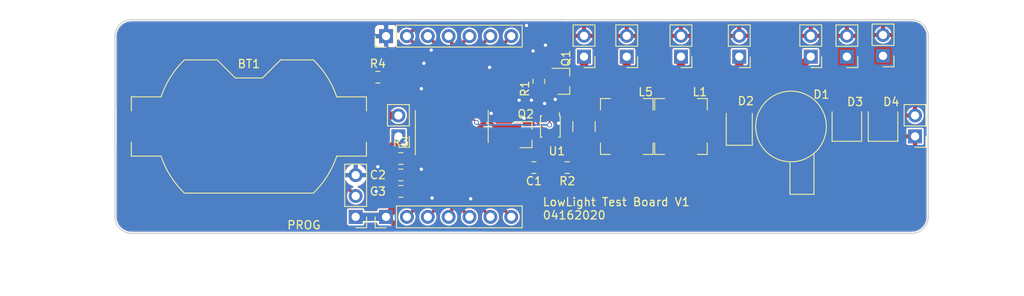
<source format=kicad_pcb>
(kicad_pcb (version 20171130) (host pcbnew "(5.1.2)-2")
  (layers (0 F.Cu signal) (31 B.Cu signal) (34 B.Paste user) (35 F.Paste user) (36 B.SilkS user) (37 F.SilkS user) (38 B.Mask user) (39 F.Mask user) (44 Edge.Cuts user))
  (net 0 "")
  (net 1 VCC)
  (net 2 GND)
  (net 3 "Net-(D1-Pad2)")
  (net 4 "Net-(D2-Pad2)")
  (net 5 "Net-(D3-Pad2)")
  (net 6 "Net-(D4-Pad2)")
  (net 7 "Net-(J1-Pad2)")
  (net 8 SIG)
  (net 9 "Net-(JP10-Pad1)")
  (net 10 "Net-(JP11-Pad1)")
  (net 11 "Net-(JP12-Pad1)")
  (net 12 "Net-(BT1-Pad1)")
  (net 13 "Net-(C1-Pad1)")
  (net 14 "Net-(C1-Pad2)")
  (net 15 RXD)
  (net 16 TXD)
  (net 17 3)
  (net 18 2)
  (net 19 1)
  (net 20 0)
  (net 21 9)
  (net 22 8)
  (net 23 UDPI)
  (net 24 PULSE)
  (net 25 PULSE_EN)
  (net 26 "Net-(JP5-Pad1)")
  (net 27 +3V0)
  (net 28 "Net-(J4-Pad2)")
  (module LED_SMD:LED_1W_3W_R8 (layer F.Cu) (at 136.3 87 90)
    (fp_text reference D1 (at 3.9 3.7 180) (layer F.SilkS))
    (fp_text value LED hide)
    (fp_line (start -8.255 2.794) (end -3.429 2.794) (layer F.SilkS) (width 0.12))
    (fp_line (start -8.255 -0.127) (end -8.255 2.794) (layer F.SilkS) (width 0.12))
    (fp_line (start -4.445 -0.127) (end -8.255 -0.127) (layer F.SilkS) (width 0.12))
    (fp_circle (center 0 0) (end -4.3 0) (layer F.SilkS) (width 0.12))
    (pad 2 smd rect (at 6.35 -1.35 90) (size 3.5 2.7) (layers F.Cu F.Paste F.Mask) (net 3 "Net-(D1-Pad2)"))
    (pad 1 smd rect (at -6.35 1.35 90) (size 3.5 2.7) (layers F.Cu F.Paste F.Mask) (net 27 +3V0))
    (pad 3 smd circle (at 0 0 90) (size 5.7 5.7) (layers F.Cu F.Paste F.Mask))
  )
  (module LED_SMD:LED_1210_3225Metric (layer F.Cu) (at 130 87 90)
    (fp_text reference D2 (at 3.1 0.8 180) (layer F.SilkS))
    (fp_text value LED hide)
    (fp_line (start 1.6 -1.585) (end -2.285 -1.585) (layer F.SilkS) (width 0.12))
    (fp_line (start -2.285 -1.585) (end -2.285 1.585) (layer F.SilkS) (width 0.12))
    (fp_line (start -2.285 1.585) (end 1.6 1.585) (layer F.SilkS) (width 0.12))
    (pad 1 smd roundrect (at -1.4 0 90) (size 1.25 2.65) (layers F.Cu F.Paste F.Mask) (roundrect_rratio 0.2) (net 27 +3V0))
    (pad 2 smd roundrect (at 1.4 0 90) (size 1.25 2.65) (layers F.Cu F.Paste F.Mask) (roundrect_rratio 0.2) (net 4 "Net-(D2-Pad2)"))
  )
  (module LED_SMD:LED_Cree-XP-G (layer F.Cu) (at 143.1 87 90)
    (fp_text reference D3 (at 3 1 180) (layer F.SilkS))
    (fp_text value LED hide)
    (fp_line (start -1.8 -1.8) (end 1.8 -1.8) (layer F.SilkS) (width 0.12))
    (fp_line (start 1.8 1.8) (end -1.8 1.8) (layer F.SilkS) (width 0.12))
    (fp_line (start -1.8 1.8) (end -1.8 -1.8) (layer F.SilkS) (width 0.12))
    (pad 2 smd rect (at 1.4 0 90) (size 0.5 3.3) (layers F.Cu F.Paste F.Mask) (net 5 "Net-(D3-Pad2)"))
    (pad 1 smd rect (at -1.4 0 90) (size 0.5 3.3) (layers F.Cu F.Paste F.Mask) (net 27 +3V0))
    (pad 3 smd rect (at 0 0 90) (size 1.3 3.3) (layers F.Cu F.Mask))
  )
  (module LED_SMD:LED_Cree-XP-G (layer F.Cu) (at 147.5 87 90)
    (fp_text reference D4 (at 3 1 180) (layer F.SilkS))
    (fp_text value LED hide)
    (fp_line (start -1.8 1.8) (end -1.8 -1.8) (layer F.SilkS) (width 0.12))
    (fp_line (start 1.8 1.8) (end -1.8 1.8) (layer F.SilkS) (width 0.12))
    (fp_line (start -1.8 -1.8) (end 1.8 -1.8) (layer F.SilkS) (width 0.12))
    (pad 3 smd rect (at 0 0 90) (size 1.3 3.3) (layers F.Cu F.Mask))
    (pad 1 smd rect (at -1.4 0 90) (size 0.5 3.3) (layers F.Cu F.Paste F.Mask) (net 27 +3V0))
    (pad 2 smd rect (at 1.4 0 90) (size 0.5 3.3) (layers F.Cu F.Paste F.Mask) (net 6 "Net-(D4-Pad2)"))
  )
  (module Connector_PinHeader_2.54mm:PinHeader_1x02_P2.54mm_Vertical (layer F.Cu) (at 138.7 78.5 180)
    (fp_text reference JP1 hide)
    (fp_text value JP hide)
    (fp_line (start -1.33 -1.33) (end 0 -1.33) (layer F.SilkS) (width 0.12))
    (fp_line (start -1.33 0) (end -1.33 -1.33) (layer F.SilkS) (width 0.12))
    (fp_line (start -1.33 1.27) (end 1.33 1.27) (layer F.SilkS) (width 0.12))
    (fp_line (start 1.33 1.27) (end 1.33 3.87) (layer F.SilkS) (width 0.12))
    (fp_line (start -1.33 1.27) (end -1.33 3.87) (layer F.SilkS) (width 0.12))
    (fp_line (start -1.33 3.87) (end 1.33 3.87) (layer F.SilkS) (width 0.12))
    (pad 2 thru_hole oval (at 0 2.54 180) (size 1.7 1.7) (drill 1) (layers *.Cu *.Mask) (net 7 "Net-(J1-Pad2)"))
    (pad 1 thru_hole rect (at 0 0 180) (size 1.7 1.7) (drill 1) (layers *.Cu *.Mask) (net 3 "Net-(D1-Pad2)"))
  )
  (module Connector_PinHeader_2.54mm:PinHeader_1x02_P2.54mm_Vertical (layer F.Cu) (at 130 78.5 180)
    (fp_text reference JP2 hide)
    (fp_text value JP hide)
    (fp_line (start -1.33 -1.33) (end 0 -1.33) (layer F.SilkS) (width 0.12))
    (fp_line (start -1.33 0) (end -1.33 -1.33) (layer F.SilkS) (width 0.12))
    (fp_line (start -1.33 1.27) (end 1.33 1.27) (layer F.SilkS) (width 0.12))
    (fp_line (start 1.33 1.27) (end 1.33 3.87) (layer F.SilkS) (width 0.12))
    (fp_line (start -1.33 1.27) (end -1.33 3.87) (layer F.SilkS) (width 0.12))
    (fp_line (start -1.33 3.87) (end 1.33 3.87) (layer F.SilkS) (width 0.12))
    (pad 2 thru_hole oval (at 0 2.54 180) (size 1.7 1.7) (drill 1) (layers *.Cu *.Mask) (net 7 "Net-(J1-Pad2)"))
    (pad 1 thru_hole rect (at 0 0 180) (size 1.7 1.7) (drill 1) (layers *.Cu *.Mask) (net 4 "Net-(D2-Pad2)"))
  )
  (module Connector_PinHeader_2.54mm:PinHeader_1x02_P2.54mm_Vertical (layer F.Cu) (at 143.1 78.5 180)
    (fp_text reference JP3 hide)
    (fp_text value JP hide)
    (fp_line (start -1.33 3.87) (end 1.33 3.87) (layer F.SilkS) (width 0.12))
    (fp_line (start -1.33 1.27) (end -1.33 3.87) (layer F.SilkS) (width 0.12))
    (fp_line (start 1.33 1.27) (end 1.33 3.87) (layer F.SilkS) (width 0.12))
    (fp_line (start -1.33 1.27) (end 1.33 1.27) (layer F.SilkS) (width 0.12))
    (fp_line (start -1.33 0) (end -1.33 -1.33) (layer F.SilkS) (width 0.12))
    (fp_line (start -1.33 -1.33) (end 0 -1.33) (layer F.SilkS) (width 0.12))
    (pad 1 thru_hole rect (at 0 0 180) (size 1.7 1.7) (drill 1) (layers *.Cu *.Mask) (net 5 "Net-(D3-Pad2)"))
    (pad 2 thru_hole oval (at 0 2.54 180) (size 1.7 1.7) (drill 1) (layers *.Cu *.Mask) (net 7 "Net-(J1-Pad2)"))
  )
  (module Connector_PinHeader_2.54mm:PinHeader_1x02_P2.54mm_Vertical (layer F.Cu) (at 147.5 78.4 180)
    (fp_text reference JP4 hide)
    (fp_text value JP hide)
    (fp_line (start -1.33 3.87) (end 1.33 3.87) (layer F.SilkS) (width 0.12))
    (fp_line (start -1.33 1.27) (end -1.33 3.87) (layer F.SilkS) (width 0.12))
    (fp_line (start 1.33 1.27) (end 1.33 3.87) (layer F.SilkS) (width 0.12))
    (fp_line (start -1.33 1.27) (end 1.33 1.27) (layer F.SilkS) (width 0.12))
    (fp_line (start -1.33 0) (end -1.33 -1.33) (layer F.SilkS) (width 0.12))
    (fp_line (start -1.33 -1.33) (end 0 -1.33) (layer F.SilkS) (width 0.12))
    (pad 1 thru_hole rect (at 0 0 180) (size 1.7 1.7) (drill 1) (layers *.Cu *.Mask) (net 6 "Net-(D4-Pad2)"))
    (pad 2 thru_hole oval (at 0 2.54 180) (size 1.7 1.7) (drill 1) (layers *.Cu *.Mask) (net 7 "Net-(J1-Pad2)"))
  )
  (module Connector_PinHeader_2.54mm:PinHeader_1x02_P2.54mm_Vertical (layer F.Cu) (at 111.1 78.5 180)
    (fp_text reference JP10 hide)
    (fp_text value JP hide)
    (fp_line (start -1.33 3.87) (end 1.33 3.87) (layer F.SilkS) (width 0.12))
    (fp_line (start -1.33 1.27) (end -1.33 3.87) (layer F.SilkS) (width 0.12))
    (fp_line (start 1.33 1.27) (end 1.33 3.87) (layer F.SilkS) (width 0.12))
    (fp_line (start -1.33 1.27) (end 1.33 1.27) (layer F.SilkS) (width 0.12))
    (fp_line (start -1.33 0) (end -1.33 -1.33) (layer F.SilkS) (width 0.12))
    (fp_line (start -1.33 -1.33) (end 0 -1.33) (layer F.SilkS) (width 0.12))
    (pad 1 thru_hole rect (at 0 0 180) (size 1.7 1.7) (drill 1) (layers *.Cu *.Mask) (net 9 "Net-(JP10-Pad1)"))
    (pad 2 thru_hole oval (at 0 2.54 180) (size 1.7 1.7) (drill 1) (layers *.Cu *.Mask) (net 7 "Net-(J1-Pad2)"))
  )
  (module Connector_PinHeader_2.54mm:PinHeader_1x02_P2.54mm_Vertical (layer F.Cu) (at 116.3 78.5 180)
    (fp_text reference JP11 hide)
    (fp_text value JP hide)
    (fp_line (start -1.33 -1.33) (end 0 -1.33) (layer F.SilkS) (width 0.12))
    (fp_line (start -1.33 0) (end -1.33 -1.33) (layer F.SilkS) (width 0.12))
    (fp_line (start -1.33 1.27) (end 1.33 1.27) (layer F.SilkS) (width 0.12))
    (fp_line (start 1.33 1.27) (end 1.33 3.87) (layer F.SilkS) (width 0.12))
    (fp_line (start -1.33 1.27) (end -1.33 3.87) (layer F.SilkS) (width 0.12))
    (fp_line (start -1.33 3.87) (end 1.33 3.87) (layer F.SilkS) (width 0.12))
    (pad 2 thru_hole oval (at 0 2.54 180) (size 1.7 1.7) (drill 1) (layers *.Cu *.Mask) (net 7 "Net-(J1-Pad2)"))
    (pad 1 thru_hole rect (at 0 0 180) (size 1.7 1.7) (drill 1) (layers *.Cu *.Mask) (net 10 "Net-(JP11-Pad1)"))
  )
  (module Connector_PinHeader_2.54mm:PinHeader_1x02_P2.54mm_Vertical (layer F.Cu) (at 122.9 78.5 180)
    (fp_text reference JP12 hide)
    (fp_text value JP hide)
    (fp_line (start -1.33 3.87) (end 1.33 3.87) (layer F.SilkS) (width 0.12))
    (fp_line (start -1.33 1.27) (end -1.33 3.87) (layer F.SilkS) (width 0.12))
    (fp_line (start 1.33 1.27) (end 1.33 3.87) (layer F.SilkS) (width 0.12))
    (fp_line (start -1.33 1.27) (end 1.33 1.27) (layer F.SilkS) (width 0.12))
    (fp_line (start -1.33 0) (end -1.33 -1.33) (layer F.SilkS) (width 0.12))
    (fp_line (start -1.33 -1.33) (end 0 -1.33) (layer F.SilkS) (width 0.12))
    (pad 1 thru_hole rect (at 0 0 180) (size 1.7 1.7) (drill 1) (layers *.Cu *.Mask) (net 11 "Net-(JP12-Pad1)"))
    (pad 2 thru_hole oval (at 0 2.54 180) (size 1.7 1.7) (drill 1) (layers *.Cu *.Mask) (net 7 "Net-(J1-Pad2)"))
  )
  (module Inductor_SMD:L_Bourns-SRN6028 (layer F.Cu) (at 122.9 87 90)
    (fp_text reference L1 (at 4.2 2.3 180) (layer F.SilkS))
    (fp_text value "1 mH" hide)
    (fp_line (start -3.4 -3.2) (end -3.4 -2) (layer F.SilkS) (width 0.12))
    (fp_line (start -3.4 -3.2) (end -2 -3.2) (layer F.SilkS) (width 0.12))
    (fp_line (start 3.4 -3.2) (end 2 -3.2) (layer F.SilkS) (width 0.12))
    (fp_line (start 3.4 -3.2) (end 3.4 -2) (layer F.SilkS) (width 0.12))
    (fp_line (start 3.4 3.2) (end 3.4 2) (layer F.SilkS) (width 0.12))
    (fp_line (start -3.4 3.2) (end -3.4 2) (layer F.SilkS) (width 0.12))
    (fp_line (start 3.4 3.2) (end 2 3.2) (layer F.SilkS) (width 0.12))
    (fp_line (start -3.4 3.2) (end -2 3.2) (layer F.SilkS) (width 0.12))
    (pad 1 smd rect (at -2.35 0 90) (size 1.6 5.7) (layers F.Cu F.Paste F.Mask) (net 27 +3V0))
    (pad 2 smd rect (at 2.35 0 90) (size 1.6 5.7) (layers F.Cu F.Paste F.Mask) (net 11 "Net-(JP12-Pad1)"))
  )
  (module Inductor_SMD:L_1210_3225Metric (layer F.Cu) (at 111.1 87 90)
    (fp_text reference L4 hide)
    (fp_text value "0.15 mH" hide)
    (fp_line (start -0.602064 -1.36) (end 0.602064 -1.36) (layer F.SilkS) (width 0.12))
    (fp_line (start -0.602064 1.36) (end 0.602064 1.36) (layer F.SilkS) (width 0.12))
    (pad 1 smd roundrect (at -1.4 0 90) (size 1.25 2.65) (layers F.Cu F.Paste F.Mask) (roundrect_rratio 0.2) (net 27 +3V0))
    (pad 2 smd roundrect (at 1.4 0 90) (size 1.25 2.65) (layers F.Cu F.Paste F.Mask) (roundrect_rratio 0.2) (net 9 "Net-(JP10-Pad1)"))
  )
  (module Inductor_SMD:L_Bourns-SRN6028 (layer F.Cu) (at 116.3 87 90)
    (fp_text reference L5 (at 4.2 2.3 180) (layer F.SilkS))
    (fp_text value "1 mH" hide)
    (fp_line (start -3.4 3.2) (end -2 3.2) (layer F.SilkS) (width 0.12))
    (fp_line (start 3.4 3.2) (end 2 3.2) (layer F.SilkS) (width 0.12))
    (fp_line (start -3.4 3.2) (end -3.4 2) (layer F.SilkS) (width 0.12))
    (fp_line (start 3.4 3.2) (end 3.4 2) (layer F.SilkS) (width 0.12))
    (fp_line (start 3.4 -3.2) (end 3.4 -2) (layer F.SilkS) (width 0.12))
    (fp_line (start 3.4 -3.2) (end 2 -3.2) (layer F.SilkS) (width 0.12))
    (fp_line (start -3.4 -3.2) (end -2 -3.2) (layer F.SilkS) (width 0.12))
    (fp_line (start -3.4 -3.2) (end -3.4 -2) (layer F.SilkS) (width 0.12))
    (pad 2 smd rect (at 2.35 0 90) (size 1.6 5.7) (layers F.Cu F.Paste F.Mask) (net 10 "Net-(JP11-Pad1)"))
    (pad 1 smd rect (at -2.35 0 90) (size 1.6 5.7) (layers F.Cu F.Paste F.Mask) (net 27 +3V0))
  )
  (module Package_TO_SOT_SMD:SOT-23 (layer F.Cu) (at 108.6 81.5)
    (fp_text reference Q1 (at 0.3 -2.8 270) (layer F.SilkS))
    (fp_text value IRLML6244 hide)
    (fp_line (start 0.76 1.58) (end 0.76 0.65) (layer F.SilkS) (width 0.12))
    (fp_line (start 0.76 -1.58) (end 0.76 -0.65) (layer F.SilkS) (width 0.12))
    (fp_line (start 0.76 -1.58) (end -1.4 -1.58) (layer F.SilkS) (width 0.12))
    (fp_line (start 0.76 1.58) (end -0.7 1.58) (layer F.SilkS) (width 0.12))
    (pad 1 smd rect (at -1 -0.95) (size 0.9 0.8) (layers F.Cu F.Paste F.Mask) (net 8 SIG))
    (pad 2 smd rect (at -1 0.95) (size 0.9 0.8) (layers F.Cu F.Paste F.Mask) (net 2 GND))
    (pad 3 smd rect (at 1 0) (size 0.9 0.8) (layers F.Cu F.Paste F.Mask) (net 7 "Net-(J1-Pad2)"))
  )
  (module Resistor_SMD:R_0805_2012Metric (layer F.Cu) (at 105.6 81.5 270)
    (fp_text reference R1 (at 0.9 1.7 90) (layer F.SilkS))
    (fp_text value 100K hide)
    (fp_line (start -0.258578 -0.71) (end 0.258578 -0.71) (layer F.SilkS) (width 0.12))
    (fp_line (start -0.258578 0.71) (end 0.258578 0.71) (layer F.SilkS) (width 0.12))
    (pad 1 smd roundrect (at -0.9375 0 270) (size 0.975 1.4) (layers F.Cu F.Paste F.Mask) (net 8 SIG))
    (pad 2 smd roundrect (at 0.9375 0 270) (size 0.975 1.4) (layers F.Cu F.Paste F.Mask) (net 2 GND))
  )
  (module Battery:BatteryHolder_Keystone_1058_1x2032 (layer F.Cu) (at 70.3 87 180)
    (fp_text reference BT1 (at 0 7.62) (layer F.SilkS))
    (fp_text value Battery_Cell hide)
    (fp_arc (start 0 0) (end -10.692 3.61) (angle -27.3) (layer F.SilkS) (width 0.12))
    (fp_arc (start 0 0) (end 10.692 -3.61) (angle -27.3) (layer F.SilkS) (width 0.12))
    (fp_arc (start 0 0) (end 10.692 3.61) (angle 27.3) (layer F.SilkS) (width 0.12))
    (fp_arc (start 0 0) (end -10.692 -3.61) (angle 27.3) (layer F.SilkS) (width 0.12))
    (fp_line (start -14.31 1.9) (end -14.31 3.61) (layer F.SilkS) (width 0.12))
    (fp_line (start -10.692 3.61) (end -14.31 3.61) (layer F.SilkS) (width 0.12))
    (fp_line (start -3.86 8.11) (end -7.8473 8.11) (layer F.SilkS) (width 0.12))
    (fp_line (start -1.66 5.91) (end -3.86 8.11) (layer F.SilkS) (width 0.12))
    (fp_line (start 1.66 5.91) (end -1.66 5.91) (layer F.SilkS) (width 0.12))
    (fp_line (start 1.66 5.91) (end 3.86 8.11) (layer F.SilkS) (width 0.12))
    (fp_line (start 7.8473 8.11) (end 3.86 8.11) (layer F.SilkS) (width 0.12))
    (fp_line (start 14.31 1.9) (end 14.31 3.61) (layer F.SilkS) (width 0.12))
    (fp_line (start 14.31 3.61) (end 10.692 3.61) (layer F.SilkS) (width 0.12))
    (fp_line (start 10.692 -3.61) (end 14.31 -3.61) (layer F.SilkS) (width 0.12))
    (fp_line (start 14.31 -1.9) (end 14.31 -3.61) (layer F.SilkS) (width 0.12))
    (fp_line (start -7.8473 -8.11) (end 7.8473 -8.11) (layer F.SilkS) (width 0.12))
    (fp_line (start -14.31 -1.9) (end -14.31 -3.61) (layer F.SilkS) (width 0.12))
    (fp_line (start -14.31 -3.61) (end -10.692 -3.61) (layer F.SilkS) (width 0.12))
    (pad 1 smd rect (at -14.68 0 180) (size 2.54 3.51) (layers F.Cu F.Paste F.Mask) (net 12 "Net-(BT1-Pad1)"))
    (pad 2 smd rect (at 14.68 0 180) (size 2.54 3.51) (layers F.Cu F.Paste F.Mask) (net 2 GND))
  )
  (module Capacitor_SMD:C_0805_2012Metric (layer F.Cu) (at 105 92 180)
    (fp_text reference C1 (at 0 -1.65) (layer F.SilkS))
    (fp_text value 100p hide)
    (fp_line (start -0.258578 -0.71) (end 0.258578 -0.71) (layer F.SilkS) (width 0.12))
    (fp_line (start -0.258578 0.71) (end 0.258578 0.71) (layer F.SilkS) (width 0.12))
    (pad 1 smd roundrect (at -0.9375 0 180) (size 0.975 1.4) (layers F.Cu F.Paste F.Mask) (net 13 "Net-(C1-Pad1)"))
    (pad 2 smd roundrect (at 0.9375 0 180) (size 0.975 1.4) (layers F.Cu F.Paste F.Mask) (net 14 "Net-(C1-Pad2)"))
  )
  (module Connector_PinHeader_2.54mm:PinHeader_1x07_P2.54mm_Vertical (layer F.Cu) (at 87 98 90)
    (fp_text reference J2 hide)
    (fp_text value BO_LEFT hide)
    (fp_line (start -1.33 -1.33) (end 0 -1.33) (layer F.SilkS) (width 0.12))
    (fp_line (start -1.33 0) (end -1.33 -1.33) (layer F.SilkS) (width 0.12))
    (fp_line (start -1.33 1.27) (end 1.33 1.27) (layer F.SilkS) (width 0.12))
    (fp_line (start 1.33 1.27) (end 1.33 16.57) (layer F.SilkS) (width 0.12))
    (fp_line (start -1.33 1.27) (end -1.33 16.57) (layer F.SilkS) (width 0.12))
    (fp_line (start -1.33 16.57) (end 1.33 16.57) (layer F.SilkS) (width 0.12))
    (pad 7 thru_hole oval (at 0 15.24 90) (size 1.7 1.7) (drill 1) (layers *.Cu *.Mask) (net 15 RXD))
    (pad 6 thru_hole oval (at 0 12.7 90) (size 1.7 1.7) (drill 1) (layers *.Cu *.Mask) (net 16 TXD))
    (pad 5 thru_hole oval (at 0 10.16 90) (size 1.7 1.7) (drill 1) (layers *.Cu *.Mask) (net 17 3))
    (pad 4 thru_hole oval (at 0 7.62 90) (size 1.7 1.7) (drill 1) (layers *.Cu *.Mask) (net 18 2))
    (pad 3 thru_hole oval (at 0 5.08 90) (size 1.7 1.7) (drill 1) (layers *.Cu *.Mask) (net 19 1))
    (pad 2 thru_hole oval (at 0 2.54 90) (size 1.7 1.7) (drill 1) (layers *.Cu *.Mask) (net 20 0))
    (pad 1 thru_hole rect (at 0 0 90) (size 1.7 1.7) (drill 1) (layers *.Cu *.Mask) (net 27 +3V0))
  )
  (module Connector_PinHeader_2.54mm:PinHeader_1x07_P2.54mm_Vertical (layer F.Cu) (at 87 76 90)
    (fp_text reference J3 hide)
    (fp_text value BO_RIGHT hide)
    (fp_line (start -1.33 16.57) (end 1.33 16.57) (layer F.SilkS) (width 0.12))
    (fp_line (start -1.33 1.27) (end -1.33 16.57) (layer F.SilkS) (width 0.12))
    (fp_line (start 1.33 1.27) (end 1.33 16.57) (layer F.SilkS) (width 0.12))
    (fp_line (start -1.33 1.27) (end 1.33 1.27) (layer F.SilkS) (width 0.12))
    (fp_line (start -1.33 0) (end -1.33 -1.33) (layer F.SilkS) (width 0.12))
    (fp_line (start -1.33 -1.33) (end 0 -1.33) (layer F.SilkS) (width 0.12))
    (pad 1 thru_hole rect (at 0 0 90) (size 1.7 1.7) (drill 1) (layers *.Cu *.Mask) (net 2 GND))
    (pad 2 thru_hole oval (at 0 2.54 90) (size 1.7 1.7) (drill 1) (layers *.Cu *.Mask) (net 8 SIG))
    (pad 3 thru_hole oval (at 0 5.08 90) (size 1.7 1.7) (drill 1) (layers *.Cu *.Mask) (net 21 9))
    (pad 4 thru_hole oval (at 0 7.62 90) (size 1.7 1.7) (drill 1) (layers *.Cu *.Mask) (net 22 8))
    (pad 5 thru_hole oval (at 0 10.16 90) (size 1.7 1.7) (drill 1) (layers *.Cu *.Mask) (net 23 UDPI))
    (pad 6 thru_hole oval (at 0 12.7 90) (size 1.7 1.7) (drill 1) (layers *.Cu *.Mask) (net 24 PULSE))
    (pad 7 thru_hole oval (at 0 15.24 90) (size 1.7 1.7) (drill 1) (layers *.Cu *.Mask) (net 25 PULSE_EN))
  )
  (module Connector_PinHeader_2.54mm:PinHeader_1x02_P2.54mm_Vertical (layer F.Cu) (at 88.5 88.2 180)
    (fp_text reference JP5 hide)
    (fp_text value JP hide)
    (fp_line (start -1.33 3.87) (end 1.33 3.87) (layer F.SilkS) (width 0.12))
    (fp_line (start -1.33 1.27) (end -1.33 3.87) (layer F.SilkS) (width 0.12))
    (fp_line (start 1.33 1.27) (end 1.33 3.87) (layer F.SilkS) (width 0.12))
    (fp_line (start -1.33 1.27) (end 1.33 1.27) (layer F.SilkS) (width 0.12))
    (fp_line (start -1.33 0) (end -1.33 -1.33) (layer F.SilkS) (width 0.12))
    (fp_line (start -1.33 -1.33) (end 0 -1.33) (layer F.SilkS) (width 0.12))
    (pad 1 thru_hole rect (at 0 0 180) (size 1.7 1.7) (drill 1) (layers *.Cu *.Mask) (net 26 "Net-(JP5-Pad1)"))
    (pad 2 thru_hole oval (at 0 2.54 180) (size 1.7 1.7) (drill 1) (layers *.Cu *.Mask) (net 12 "Net-(BT1-Pad1)"))
  )
  (module Package_TO_SOT_SMD:SOT-23 (layer F.Cu) (at 104 88)
    (fp_text reference Q2 (at 0 -2.5) (layer F.SilkS))
    (fp_text value DMG2305UX hide)
    (fp_line (start 0.76 1.58) (end 0.76 0.65) (layer F.SilkS) (width 0.12))
    (fp_line (start 0.76 -1.58) (end 0.76 -0.65) (layer F.SilkS) (width 0.12))
    (fp_line (start 0.76 -1.58) (end -1.4 -1.58) (layer F.SilkS) (width 0.12))
    (fp_line (start 0.76 1.58) (end -0.7 1.58) (layer F.SilkS) (width 0.12))
    (pad 1 smd rect (at -1 -0.95) (size 0.9 0.8) (layers F.Cu F.Paste F.Mask) (net 25 PULSE_EN))
    (pad 2 smd rect (at -1 0.95) (size 0.9 0.8) (layers F.Cu F.Paste F.Mask) (net 1 VCC))
    (pad 3 smd rect (at 1 0) (size 0.9 0.8) (layers F.Cu F.Paste F.Mask) (net 27 +3V0))
  )
  (module Resistor_SMD:R_0805_2012Metric (layer F.Cu) (at 109.0625 92 180)
    (fp_text reference R2 (at 0 -1.65) (layer F.SilkS))
    (fp_text value 51K hide)
    (fp_line (start -0.258578 0.71) (end 0.258578 0.71) (layer F.SilkS) (width 0.12))
    (fp_line (start -0.258578 -0.71) (end 0.258578 -0.71) (layer F.SilkS) (width 0.12))
    (pad 2 smd roundrect (at 0.9375 0 180) (size 0.975 1.4) (layers F.Cu F.Paste F.Mask) (net 13 "Net-(C1-Pad1)"))
    (pad 1 smd roundrect (at -0.9375 0 180) (size 0.975 1.4) (layers F.Cu F.Paste F.Mask) (net 1 VCC))
  )
  (module Resistor_SMD:R_0805_2012Metric (layer F.Cu) (at 88.8 90.9 180)
    (fp_text reference R3 (at 0 2) (layer F.SilkS))
    (fp_text value 100R hide)
    (fp_line (start -0.258578 -0.71) (end 0.258578 -0.71) (layer F.SilkS) (width 0.12))
    (fp_line (start -0.258578 0.71) (end 0.258578 0.71) (layer F.SilkS) (width 0.12))
    (pad 1 smd roundrect (at -0.9375 0 180) (size 0.975 1.4) (layers F.Cu F.Paste F.Mask) (net 27 +3V0))
    (pad 2 smd roundrect (at 0.9375 0 180) (size 0.975 1.4) (layers F.Cu F.Paste F.Mask) (net 26 "Net-(JP5-Pad1)"))
  )
  (module Package_SO:VSSOP-8_2.4x2.1mm_P0.5mm (layer F.Cu) (at 107 87 270)
    (fp_text reference U1 (at 3 -0.8 180) (layer F.SilkS))
    (fp_text value 74LVC1G123 hide)
    (fp_line (start -1.3 1.2) (end -1.3 1) (layer F.SilkS) (width 0.12))
    (fp_line (start -1.3 -1.1) (end -1.7 -1.1) (layer F.SilkS) (width 0.12))
    (fp_line (start -1.3 -1.2) (end -1.3 -1.1) (layer F.SilkS) (width 0.12))
    (fp_line (start 1.3 -1.2) (end -1.3 -1.2) (layer F.SilkS) (width 0.12))
    (fp_line (start 1.3 -1) (end 1.3 -1.2) (layer F.SilkS) (width 0.12))
    (fp_line (start 1.3 1.2) (end 1.3 1) (layer F.SilkS) (width 0.12))
    (fp_line (start -1.3 1.2) (end 1.3 1.2) (layer F.SilkS) (width 0.12))
    (pad 1 smd rect (at -1.55 -0.75 270) (size 0.75 0.25) (layers F.Cu F.Paste F.Mask) (net 2 GND))
    (pad 2 smd rect (at -1.55 -0.25 270) (size 0.75 0.25) (layers F.Cu F.Paste F.Mask) (net 24 PULSE))
    (pad 3 smd rect (at -1.55 0.25 270) (size 0.75 0.25) (layers F.Cu F.Paste F.Mask) (net 1 VCC))
    (pad 4 smd rect (at -1.55 0.75 270) (size 0.75 0.25) (layers F.Cu F.Paste F.Mask) (net 2 GND))
    (pad 5 smd rect (at 1.55 0.75 270) (size 0.75 0.25) (layers F.Cu F.Paste F.Mask) (net 8 SIG))
    (pad 6 smd rect (at 1.55 0.25 270) (size 0.75 0.25) (layers F.Cu F.Paste F.Mask) (net 14 "Net-(C1-Pad2)"))
    (pad 7 smd rect (at 1.55 -0.25 270) (size 0.75 0.25) (layers F.Cu F.Paste F.Mask) (net 13 "Net-(C1-Pad1)"))
    (pad 8 smd rect (at 1.55 -0.75 270) (size 0.75 0.25) (layers F.Cu F.Paste F.Mask) (net 1 VCC))
  )
  (module Package_SO:SOIC-14_3.9x8.7mm_P1.27mm (layer F.Cu) (at 95 87 90)
    (fp_text reference U2 hide)
    (fp_text value ATtiny814-SS hide)
    (fp_line (start 0 4.435) (end 1.95 4.435) (layer F.SilkS) (width 0.12))
    (fp_line (start 0 4.435) (end -1.95 4.435) (layer F.SilkS) (width 0.12))
    (fp_line (start 0 -4.435) (end 1.95 -4.435) (layer F.SilkS) (width 0.12))
    (fp_line (start 0 -4.435) (end -3.45 -4.435) (layer F.SilkS) (width 0.12))
    (pad 1 smd roundrect (at -2.475 -3.81 90) (size 1.95 0.6) (layers F.Cu F.Paste F.Mask) (net 27 +3V0))
    (pad 2 smd roundrect (at -2.475 -2.54 90) (size 1.95 0.6) (layers F.Cu F.Paste F.Mask) (net 20 0))
    (pad 3 smd roundrect (at -2.475 -1.27 90) (size 1.95 0.6) (layers F.Cu F.Paste F.Mask) (net 19 1))
    (pad 4 smd roundrect (at -2.475 0 90) (size 1.95 0.6) (layers F.Cu F.Paste F.Mask) (net 18 2))
    (pad 5 smd roundrect (at -2.475 1.27 90) (size 1.95 0.6) (layers F.Cu F.Paste F.Mask) (net 17 3))
    (pad 6 smd roundrect (at -2.475 2.54 90) (size 1.95 0.6) (layers F.Cu F.Paste F.Mask) (net 16 TXD))
    (pad 7 smd roundrect (at -2.475 3.81 90) (size 1.95 0.6) (layers F.Cu F.Paste F.Mask) (net 15 RXD))
    (pad 8 smd roundrect (at 2.475 3.81 90) (size 1.95 0.6) (layers F.Cu F.Paste F.Mask) (net 25 PULSE_EN))
    (pad 9 smd roundrect (at 2.475 2.54 90) (size 1.95 0.6) (layers F.Cu F.Paste F.Mask) (net 24 PULSE))
    (pad 10 smd roundrect (at 2.475 1.27 90) (size 1.95 0.6) (layers F.Cu F.Paste F.Mask) (net 23 UDPI))
    (pad 11 smd roundrect (at 2.475 0 90) (size 1.95 0.6) (layers F.Cu F.Paste F.Mask) (net 22 8))
    (pad 12 smd roundrect (at 2.475 -1.27 90) (size 1.95 0.6) (layers F.Cu F.Paste F.Mask) (net 21 9))
    (pad 13 smd roundrect (at 2.475 -2.54 90) (size 1.95 0.6) (layers F.Cu F.Paste F.Mask) (net 8 SIG))
    (pad 14 smd roundrect (at 2.475 -3.81 90) (size 1.95 0.6) (layers F.Cu F.Paste F.Mask) (net 2 GND))
  )
  (module Capacitor_SMD:C_0805_2012Metric (layer F.Cu) (at 88.8 92.9 180)
    (fp_text reference C2 (at 2.8 0) (layer F.SilkS))
    (fp_text value 0.1uF hide)
    (fp_line (start -0.258578 -0.71) (end 0.258578 -0.71) (layer F.SilkS) (width 0.12))
    (fp_line (start -0.258578 0.71) (end 0.258578 0.71) (layer F.SilkS) (width 0.12))
    (pad 1 smd roundrect (at -0.9375 0 180) (size 0.975 1.4) (layers F.Cu F.Paste F.Mask) (net 27 +3V0))
    (pad 2 smd roundrect (at 0.9375 0 180) (size 0.975 1.4) (layers F.Cu F.Paste F.Mask) (net 2 GND))
  )
  (module Capacitor_SMD:C_0805_2012Metric (layer F.Cu) (at 88.8 94.9 180)
    (fp_text reference C3 (at 2.8 0) (layer F.SilkS))
    (fp_text value 1uF hide)
    (fp_line (start -0.258578 0.71) (end 0.258578 0.71) (layer F.SilkS) (width 0.12))
    (fp_line (start -0.258578 -0.71) (end 0.258578 -0.71) (layer F.SilkS) (width 0.12))
    (pad 2 smd roundrect (at 0.9375 0 180) (size 0.975 1.4) (layers F.Cu F.Paste F.Mask) (net 2 GND))
    (pad 1 smd roundrect (at -0.9375 0 180) (size 0.975 1.4) (layers F.Cu F.Paste F.Mask) (net 27 +3V0))
  )
  (module Connector_PinHeader_2.54mm:PinHeader_1x02_P2.54mm_Vertical (layer F.Cu) (at 151.4 88.2 180)
    (fp_text reference J1 hide)
    (fp_text value TEST_2P hide)
    (fp_line (start -1.33 3.87) (end 1.33 3.87) (layer F.SilkS) (width 0.12))
    (fp_line (start -1.33 1.27) (end -1.33 3.87) (layer F.SilkS) (width 0.12))
    (fp_line (start 1.33 1.27) (end 1.33 3.87) (layer F.SilkS) (width 0.12))
    (fp_line (start -1.33 1.27) (end 1.33 1.27) (layer F.SilkS) (width 0.12))
    (fp_line (start -1.33 0) (end -1.33 -1.33) (layer F.SilkS) (width 0.12))
    (fp_line (start -1.33 -1.33) (end 0 -1.33) (layer F.SilkS) (width 0.12))
    (pad 1 thru_hole rect (at 0 0 180) (size 1.7 1.7) (drill 1) (layers *.Cu *.Mask) (net 27 +3V0))
    (pad 2 thru_hole oval (at 0 2.54 180) (size 1.7 1.7) (drill 1) (layers *.Cu *.Mask) (net 7 "Net-(J1-Pad2)"))
  )
  (module Connector_PinHeader_2.54mm:PinHeader_1x03_P2.54mm_Vertical (layer F.Cu) (at 83.3 98 180)
    (fp_text reference J4 hide)
    (fp_text value PROG (at 6.3 -1 180) (layer F.SilkS))
    (fp_line (start -1.33 6.41) (end 1.33 6.41) (layer F.SilkS) (width 0.12))
    (fp_line (start -1.33 1.27) (end -1.33 6.41) (layer F.SilkS) (width 0.12))
    (fp_line (start 1.33 1.27) (end 1.33 6.41) (layer F.SilkS) (width 0.12))
    (fp_line (start -1.33 1.27) (end 1.33 1.27) (layer F.SilkS) (width 0.12))
    (fp_line (start -1.33 0) (end -1.33 -1.33) (layer F.SilkS) (width 0.12))
    (fp_line (start -1.33 -1.33) (end 0 -1.33) (layer F.SilkS) (width 0.12))
    (pad 1 thru_hole rect (at 0 0 180) (size 1.7 1.7) (drill 1) (layers *.Cu *.Mask) (net 27 +3V0))
    (pad 2 thru_hole oval (at 0 2.54 180) (size 1.7 1.7) (drill 1) (layers *.Cu *.Mask) (net 28 "Net-(J4-Pad2)"))
    (pad 3 thru_hole oval (at 0 5.08 180) (size 1.7 1.7) (drill 1) (layers *.Cu *.Mask) (net 2 GND))
  )
  (module Resistor_SMD:R_0805_2012Metric (layer F.Cu) (at 86 81)
    (fp_text reference R4 (at 0 -1.65) (layer F.SilkS))
    (fp_text value 4.7K hide)
    (fp_line (start -0.258578 -0.71) (end 0.258578 -0.71) (layer F.SilkS) (width 0.12))
    (fp_line (start -0.258578 0.71) (end 0.258578 0.71) (layer F.SilkS) (width 0.12))
    (pad 1 smd roundrect (at -0.9375 0) (size 0.975 1.4) (layers F.Cu F.Paste F.Mask) (net 28 "Net-(J4-Pad2)"))
    (pad 2 smd roundrect (at 0.9375 0) (size 0.975 1.4) (layers F.Cu F.Paste F.Mask) (net 23 UDPI))
  )
  (gr_text "LowLight Test Board V1\n04162020" (at 106 97) (layer F.SilkS) (effects (font (size 1 1)) (justify left)))
  (gr_arc (start 56 98) (end 54 98) (angle -90) (layer Edge.Cuts) (width 0.15))
  (gr_arc (start 56 76) (end 56 74) (angle -90) (layer Edge.Cuts) (width 0.15))
  (gr_arc (start 151 76) (end 153 76) (angle -90) (layer Edge.Cuts) (width 0.15))
  (gr_line (start 153 98) (end 153 76) (layer Edge.Cuts) (width 0.15))
  (gr_arc (start 151 98) (end 151 100) (angle -90) (layer Edge.Cuts) (width 0.15))
  (gr_line (start 56 74) (end 151 74) (layer Edge.Cuts) (width 0.15))
  (gr_line (start 54 98) (end 54 76) (layer Edge.Cuts) (width 0.15))
  (gr_line (start 56 100) (end 151 100) (layer Edge.Cuts) (width 0.15))
  (segment (start 107.75 89.75) (end 110 92) (width 0.2) (layer F.Cu) (net 1))
  (segment (start 107.75 88.55) (end 107.75 89.75) (width 0.2) (layer F.Cu) (net 1))
  (segment (start 110 92.3) (end 110 92) (width 0.2) (layer F.Cu) (net 1))
  (segment (start 109.1 93.2) (end 110 92.3) (width 0.2) (layer F.Cu) (net 1))
  (segment (start 103.5 93.2) (end 109.1 93.2) (width 0.2) (layer F.Cu) (net 1))
  (segment (start 102.9 92.6) (end 103.5 93.2) (width 0.2) (layer F.Cu) (net 1))
  (segment (start 103 88.95) (end 102.9 89.05) (width 0.2) (layer F.Cu) (net 1))
  (segment (start 102.9 89.05) (end 102.9 92.6) (width 0.2) (layer F.Cu) (net 1))
  (segment (start 106.75 84.875) (end 107.1125 84.5125) (width 0.2) (layer F.Cu) (net 1))
  (segment (start 106.75 85.45) (end 106.75 84.875) (width 0.2) (layer F.Cu) (net 1))
  (segment (start 107.75 87.975) (end 107.75 88.55) (width 0.2) (layer F.Cu) (net 1))
  (segment (start 107.1125 84.5125) (end 108.4125 84.5125) (width 0.2) (layer F.Cu) (net 1))
  (segment (start 108.4125 84.5125) (end 108.8 84.9) (width 0.2) (layer F.Cu) (net 1))
  (segment (start 108.8 84.9) (end 108.8 86.925) (width 0.2) (layer F.Cu) (net 1))
  (segment (start 108.8 86.925) (end 107.75 87.975) (width 0.2) (layer F.Cu) (net 1))
  (segment (start 106.25 85.45) (end 106.25 85.75) (width 0.2) (layer F.Cu) (net 2))
  (via (at 106.3 84.2) (size 0.6) (drill 0.4) (layers F.Cu B.Cu) (net 2))
  (segment (start 106.25 85.45) (end 106.25 84.25) (width 0.2) (layer F.Cu) (net 2))
  (segment (start 106.25 84.25) (end 106.3 84.2) (width 0.2) (layer F.Cu) (net 2))
  (segment (start 105.6 83.5) (end 106.3 84.2) (width 0.2) (layer F.Cu) (net 2))
  (segment (start 105.6 82.4375) (end 105.6 83.5) (width 0.2) (layer F.Cu) (net 2))
  (segment (start 106.3 83.775736) (end 106.3 84.2) (width 0.2) (layer F.Cu) (net 2))
  (segment (start 106.3 83.7) (end 106.3 83.775736) (width 0.2) (layer F.Cu) (net 2))
  (segment (start 107.6 82.45) (end 107.55 82.45) (width 0.2) (layer F.Cu) (net 2))
  (segment (start 107.55 82.45) (end 106.3 83.7) (width 0.2) (layer F.Cu) (net 2))
  (via (at 108.000004 86.600004) (size 0.6) (drill 0.4) (layers F.Cu B.Cu) (net 2))
  (segment (start 107.75 85.45) (end 107.75 86.35) (width 0.2) (layer F.Cu) (net 2))
  (segment (start 107.75 86.35) (end 108.000004 86.600004) (width 0.2) (layer F.Cu) (net 2))
  (via (at 86 91.9) (size 0.6) (drill 0.4) (layers F.Cu B.Cu) (net 2))
  (segment (start 87.8625 92.9) (end 87 92.9) (width 0.4) (layer F.Cu) (net 2))
  (segment (start 87 92.9) (end 86 91.9) (width 0.4) (layer F.Cu) (net 2))
  (via (at 85.8 94.9) (size 0.6) (drill 0.4) (layers F.Cu B.Cu) (net 2))
  (segment (start 87.8625 94.9) (end 85.8 94.9) (width 0.4) (layer F.Cu) (net 2))
  (via (at 91.3 82.4) (size 0.6) (drill 0.4) (layers F.Cu B.Cu) (net 2))
  (segment (start 91.19 84.525) (end 91.19 82.51) (width 0.4) (layer F.Cu) (net 2))
  (segment (start 91.19 82.51) (end 91.3 82.4) (width 0.4) (layer F.Cu) (net 2))
  (via (at 91.3 92.2) (size 0.6) (drill 0.4) (layers F.Cu B.Cu) (net 2))
  (via (at 92.6 95.7) (size 0.6) (drill 0.4) (layers F.Cu B.Cu) (net 2))
  (via (at 97.3 95.8) (size 0.6) (drill 0.4) (layers F.Cu B.Cu) (net 2))
  (via (at 104.9 77.8) (size 0.6) (drill 0.4) (layers F.Cu B.Cu) (net 2))
  (via (at 99.6 79.8) (size 0.6) (drill 0.4) (layers F.Cu B.Cu) (net 2))
  (via (at 106.4 77.1) (size 0.6) (drill 0.4) (layers F.Cu B.Cu) (net 2))
  (via (at 92.5 77.7) (size 0.6) (drill 0.4) (layers F.Cu B.Cu) (net 2))
  (via (at 99.8 85.4) (size 0.6) (drill 0.4) (layers F.Cu B.Cu) (net 2))
  (via (at 103.8 86) (size 0.6) (drill 0.4) (layers F.Cu B.Cu) (net 2))
  (via (at 104.7 83.8) (size 0.6) (drill 0.4) (layers F.Cu B.Cu) (net 2))
  (via (at 103.2 83.8) (size 0.6) (drill 0.4) (layers F.Cu B.Cu) (net 2))
  (via (at 107.6 83.7) (size 0.6) (drill 0.4) (layers F.Cu B.Cu) (net 2))
  (via (at 104.1 74.7) (size 0.6) (drill 0.4) (layers F.Cu B.Cu) (net 2))
  (via (at 91.6 79.3) (size 0.6) (drill 0.4) (layers F.Cu B.Cu) (net 2))
  (segment (start 136.55 80.65) (end 138.7 78.5) (width 1) (layer F.Cu) (net 3))
  (segment (start 134.95 80.65) (end 136.55 80.65) (width 1) (layer F.Cu) (net 3))
  (segment (start 130 85.6) (end 130 78.5) (width 1) (layer F.Cu) (net 4))
  (segment (start 105.6125 80.55) (end 105.6 80.5625) (width 0.3) (layer F.Cu) (net 8))
  (segment (start 89.54 76) (end 89.54 75.86) (width 0.4) (layer F.Cu) (net 8))
  (segment (start 89.54 76) (end 90.790001 74.749999) (width 0.4) (layer F.Cu) (net 8))
  (segment (start 90.790001 74.749999) (end 102.840001 74.749999) (width 0.4) (layer F.Cu) (net 8))
  (segment (start 90.389999 76.849999) (end 89.54 76) (width 0.4) (layer F.Cu) (net 8))
  (segment (start 92.4 78.86) (end 90.389999 76.849999) (width 0.4) (layer F.Cu) (net 8))
  (segment (start 92.46 84.525) (end 92.4 84.465) (width 0.4) (layer F.Cu) (net 8))
  (segment (start 92.4 84.465) (end 92.4 78.86) (width 0.4) (layer F.Cu) (net 8))
  (segment (start 105.6 77.509998) (end 105.6 80.5625) (width 0.4) (layer F.Cu) (net 8))
  (segment (start 102.840001 74.749999) (end 105.6 77.509998) (width 0.4) (layer F.Cu) (net 8))
  (segment (start 107.6 80.55) (end 105.6125 80.55) (width 0.4) (layer F.Cu) (net 8))
  (segment (start 106.25 88.55) (end 106.25 87.35) (width 0.2) (layer F.Cu) (net 8))
  (segment (start 106.25 87.35) (end 104 85.1) (width 0.2) (layer F.Cu) (net 8))
  (segment (start 104 82.1625) (end 105.6 80.5625) (width 0.2) (layer F.Cu) (net 8))
  (segment (start 104 85.1) (end 104 82.1625) (width 0.2) (layer F.Cu) (net 8))
  (segment (start 111.1 85.6) (end 111.1 78.5) (width 1) (layer F.Cu) (net 9))
  (segment (start 116.3 84.65) (end 116.3 78.5) (width 1) (layer F.Cu) (net 10))
  (segment (start 122.9 84.65) (end 122.9 78.5) (width 1) (layer F.Cu) (net 11))
  (segment (start 86.32 85.66) (end 88.5 85.66) (width 1) (layer F.Cu) (net 12))
  (segment (start 84.98 87) (end 86.32 85.66) (width 1) (layer F.Cu) (net 12))
  (segment (start 107.25 91.125) (end 108.125 92) (width 0.2) (layer F.Cu) (net 13))
  (segment (start 107.25 88.55) (end 107.25 91.125) (width 0.2) (layer F.Cu) (net 13))
  (segment (start 106.525 92) (end 108.125 92) (width 0.2) (layer F.Cu) (net 13))
  (segment (start 105.9375 92) (end 106.525 92) (width 0.2) (layer F.Cu) (net 13))
  (segment (start 106.75 89.3125) (end 104.0625 92) (width 0.2) (layer F.Cu) (net 14))
  (segment (start 106.75 88.55) (end 106.75 89.3125) (width 0.2) (layer F.Cu) (net 14))
  (segment (start 98.81 94.57) (end 102.24 98) (width 0.4) (layer F.Cu) (net 15))
  (segment (start 98.81 89.475) (end 98.81 94.57) (width 0.4) (layer F.Cu) (net 15))
  (segment (start 98.850001 97.150001) (end 98.850001 96.250001) (width 0.4) (layer F.Cu) (net 16))
  (segment (start 99.7 98) (end 98.850001 97.150001) (width 0.4) (layer F.Cu) (net 16))
  (segment (start 97.54 94.94) (end 97.54 89.475) (width 0.4) (layer F.Cu) (net 16))
  (segment (start 98.850001 96.250001) (end 97.54 94.94) (width 0.4) (layer F.Cu) (net 16))
  (segment (start 96.27 97.11) (end 96.27 89.475) (width 0.4) (layer F.Cu) (net 17))
  (segment (start 97.16 98) (end 96.27 97.11) (width 0.4) (layer F.Cu) (net 17))
  (segment (start 95 97.62) (end 94.62 98) (width 0.4) (layer F.Cu) (net 18))
  (segment (start 95 89.475) (end 95 97.62) (width 0.4) (layer F.Cu) (net 18))
  (segment (start 93.73 96.35) (end 93.73 89.475) (width 0.4) (layer F.Cu) (net 19))
  (segment (start 92.08 98) (end 93.73 96.35) (width 0.4) (layer F.Cu) (net 19))
  (segment (start 92.46 94.54) (end 92.46 89.475) (width 0.4) (layer F.Cu) (net 20))
  (segment (start 90.389999 96.610001) (end 92.46 94.54) (width 0.4) (layer F.Cu) (net 20))
  (segment (start 89.54 98) (end 90.389999 97.150001) (width 0.4) (layer F.Cu) (net 20))
  (segment (start 90.389999 97.150001) (end 90.389999 96.610001) (width 0.4) (layer F.Cu) (net 20))
  (segment (start 93.73 77.65) (end 92.08 76) (width 0.4) (layer F.Cu) (net 21))
  (segment (start 93.73 84.525) (end 93.73 77.65) (width 0.4) (layer F.Cu) (net 21))
  (segment (start 95 76.38) (end 94.62 76) (width 0.4) (layer F.Cu) (net 22))
  (segment (start 95 84.525) (end 95 76.38) (width 0.4) (layer F.Cu) (net 22))
  (segment (start 96.27 76.89) (end 97.16 76) (width 0.4) (layer F.Cu) (net 23))
  (segment (start 96.27 84.525) (end 96.27 76.89) (width 0.4) (layer F.Cu) (net 23))
  (segment (start 96.27 86.53) (end 96.27 84.525) (width 0.4) (layer F.Cu) (net 23))
  (segment (start 96 86.8) (end 96.27 86.53) (width 0.4) (layer F.Cu) (net 23))
  (segment (start 88.3 83.4) (end 91.7 86.8) (width 0.4) (layer F.Cu) (net 23))
  (segment (start 91.7 86.8) (end 96 86.8) (width 0.4) (layer F.Cu) (net 23))
  (segment (start 88.3 82.3625) (end 86.9375 81) (width 0.4) (layer F.Cu) (net 23))
  (segment (start 88.3 83.4) (end 88.3 82.3625) (width 0.4) (layer F.Cu) (net 23))
  (segment (start 97.54 78.16) (end 99.7 76) (width 0.4) (layer F.Cu) (net 24))
  (segment (start 97.54 84.525) (end 97.54 78.16) (width 0.4) (layer F.Cu) (net 24))
  (via (at 98 86.5) (size 0.6) (drill 0.4) (layers F.Cu B.Cu) (net 24))
  (segment (start 97.54 84.525) (end 97.54 86.04) (width 0.2) (layer F.Cu) (net 24))
  (segment (start 97.54 86.04) (end 98 86.5) (width 0.2) (layer F.Cu) (net 24))
  (via (at 106.9 86.8) (size 0.6) (drill 0.4) (layers F.Cu B.Cu) (net 24))
  (segment (start 98 86.5) (end 98.3 86.8) (width 0.2) (layer B.Cu) (net 24))
  (segment (start 98.3 86.8) (end 106.9 86.8) (width 0.2) (layer B.Cu) (net 24))
  (segment (start 106.9 86.8) (end 106.9 86.375) (width 0.2) (layer F.Cu) (net 24))
  (segment (start 107.25 86.025) (end 107.25 85.45) (width 0.2) (layer F.Cu) (net 24))
  (segment (start 106.9 86.375) (end 107.25 86.025) (width 0.2) (layer F.Cu) (net 24))
  (segment (start 98.81 79.43) (end 102.24 76) (width 0.4) (layer F.Cu) (net 25))
  (segment (start 98.81 84.525) (end 98.81 79.43) (width 0.4) (layer F.Cu) (net 25))
  (segment (start 98.81 84.525) (end 98.81 85.61) (width 0.4) (layer F.Cu) (net 25))
  (segment (start 100.25 87.05) (end 103 87.05) (width 0.4) (layer F.Cu) (net 25))
  (segment (start 98.81 85.61) (end 100.25 87.05) (width 0.4) (layer F.Cu) (net 25))
  (segment (start 87.8625 90.9) (end 87.8625 89.3625) (width 1) (layer F.Cu) (net 26))
  (segment (start 88.5 88.725) (end 87.8625 89.3625) (width 1) (layer F.Cu) (net 26))
  (segment (start 88.5 88.2) (end 88.5 88.725) (width 1) (layer F.Cu) (net 26))
  (segment (start 83.4 98) (end 87 98) (width 1) (layer B.Cu) (net 27))
  (segment (start 83.4 98) (end 87 98) (width 1) (layer F.Cu) (net 27))
  (segment (start 89.8375 95.1625) (end 89.8375 95) (width 1) (layer F.Cu) (net 27))
  (segment (start 89.7375 95.2625) (end 89.7375 94.9) (width 1) (layer F.Cu) (net 27))
  (segment (start 87 98) (end 89.7375 95.2625) (width 1) (layer F.Cu) (net 27))
  (segment (start 89.7375 94.9) (end 89.7375 92.9) (width 1) (layer F.Cu) (net 27))
  (segment (start 89.7375 90.9) (end 89.7375 92.9) (width 1) (layer F.Cu) (net 27))
  (segment (start 89.7375 90.9) (end 90.8 90.9) (width 0.6) (layer F.Cu) (net 27))
  (segment (start 90.8 90.9) (end 91.2 90.5) (width 0.6) (layer F.Cu) (net 27))
  (segment (start 91.2 89.485) (end 91.19 89.475) (width 0.6) (layer F.Cu) (net 27))
  (segment (start 91.2 90.5) (end 91.2 89.485) (width 0.6) (layer F.Cu) (net 27))
  (segment (start 105 88) (end 91.36 88) (width 0.6) (layer F.Cu) (net 27))
  (segment (start 91.19 88.17) (end 91.19 89.475) (width 0.6) (layer F.Cu) (net 27))
  (segment (start 91.36 88) (end 91.19 88.17) (width 0.6) (layer F.Cu) (net 27))
  (segment (start 87 98) (end 87.1 98) (width 0.6) (layer F.Cu) (net 27))
  (segment (start 87.1 98) (end 88.5 99.4) (width 0.6) (layer F.Cu) (net 27))
  (segment (start 88.5 99.4) (end 101.2 99.4) (width 0.6) (layer F.Cu) (net 27))
  (segment (start 85.0625 81) (end 85 81) (width 0.4) (layer F.Cu) (net 28))
  (segment (start 85 81) (end 81 85) (width 0.4) (layer F.Cu) (net 28))
  (segment (start 81 93.16) (end 83.3 95.46) (width 0.4) (layer F.Cu) (net 28))
  (segment (start 81 85) (end 81 93.16) (width 0.4) (layer F.Cu) (net 28))
  (zone (net 27) (net_name +3V0) (layer F.Cu) (priority 1) (connect_pads (clearance 0.13)) (min_thickness 0.254) (fill yes (arc_segments 32) (thermal_gap 0.508) (thermal_bridge_width 0.508))
    (polygon (pts (xy 99 87.15) (xy 153.690022 87.25) (xy 153.690022 102.3) (xy 99 102.2)))
  )
  (zone (net 7) (net_name "Net-(J1-Pad2)") (layer F.Cu) (priority 1) (connect_pads (clearance 0.13)) (min_thickness 0.254) (fill yes (arc_segments 32) (thermal_gap 0.508) (thermal_bridge_width 0.508))
    (polygon (pts (xy 109 71.7) (xy 153.7 71.7) (xy 153.75 86.6) (xy 109.05 86.6)))
  )
  (zone (net 2) (net_name GND) (layer B.Cu) (connect_pads (clearance 0.13)) (min_thickness 0.254) (fill yes (arc_segments 32) (thermal_gap 0.508) (thermal_bridge_width 0.508))
    (polygon (pts (xy 40 71.6) (xy 153.6 71.6) (xy 153.6 102.3) (xy 40 102.3)))
  )
  (zone (net 5) (net_name "Net-(D3-Pad2)") (layer F.Cu) (priority 2) (connect_pads yes (clearance 0.13)) (min_thickness 0.254) (fill yes (arc_segments 32) (thermal_gap 0.508) (thermal_bridge_width 0.508))
    (polygon (pts (xy 141.45 85.85) (xy 141.425 77.25) (xy 144.725 77.25) (xy 144.75 85.85)))
  )
  (zone (net 6) (net_name "Net-(D4-Pad2)") (layer F.Cu) (priority 2) (connect_pads yes (clearance 0.13)) (min_thickness 0.254) (fill yes (arc_segments 32) (thermal_gap 0.508) (thermal_bridge_width 0.508))
    (polygon (pts (xy 145.85 85.85) (xy 145.875 77.325) (xy 149.175 77.325) (xy 149.15 85.85)))
  )
  (zone (net 2) (net_name GND) (layer F.Cu) (connect_pads (clearance 0.13)) (min_thickness 0.254) (fill yes (arc_segments 32) (thermal_gap 0.508) (thermal_bridge_width 0.508))
    (polygon (pts (xy 40 71.6) (xy 153.6 71.6) (xy 153.6 102.3) (xy 40 102.3)))
  )
)
</source>
